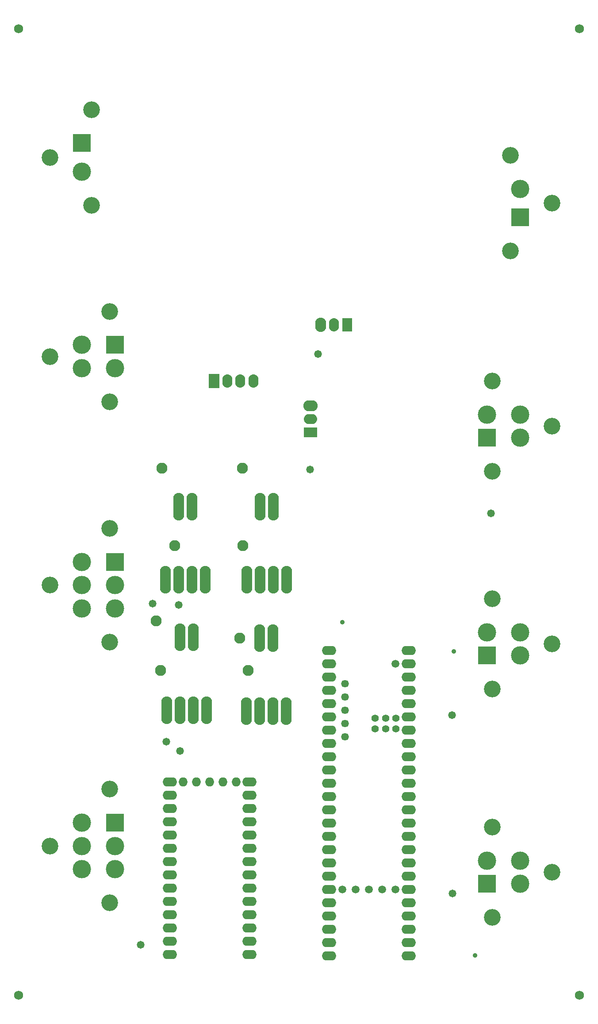
<source format=gbr>
%TF.GenerationSoftware,Altium Limited,Altium Designer,25.1.2 (22)*%
G04 Layer_Color=16711935*
%FSLAX45Y45*%
%MOMM*%
%TF.SameCoordinates,D79B5AB3-224C-49F1-A2DF-0649ED42BF64*%
%TF.FilePolarity,Negative*%
%TF.FileFunction,Soldermask,Bot*%
%TF.Part,Single*%
G01*
G75*
%TA.AperFunction,ComponentPad*%
%ADD32O,1.90500X2.54000*%
%ADD33R,1.90500X2.54000*%
%ADD34O,1.90500X2.54000*%
%ADD40R,2.54000X1.90500*%
%ADD41O,2.54000X1.90500*%
%TA.AperFunction,ViaPad*%
%ADD50C,1.72720*%
%TA.AperFunction,ComponentPad*%
%ADD53C,3.19320*%
%ADD56O,1.73320X1.73319*%
%ADD58C,1.51120*%
%ADD59C,1.46120*%
%ADD60C,1.41120*%
%TA.AperFunction,ViaPad*%
%ADD62C,1.47320*%
%ADD63C,2.10820*%
%TA.AperFunction,ComponentPad*%
%ADD64R,2.10820X2.74320*%
%ADD65O,2.10820X2.74320*%
%ADD66C,3.50520*%
%ADD67R,3.50520X3.50520*%
%ADD68O,2.74320X1.73319*%
%ADD69O,2.74320X1.72720*%
%ADD70O,2.10820X5.28320*%
%ADD71O,2.74320X2.10820*%
%TA.AperFunction,ViaPad*%
%ADD72C,0.91440*%
D32*
X7166800Y14414500D02*
D03*
X7416800D02*
D03*
X7666800D02*
D03*
D33*
X9461500Y15494000D02*
D03*
D34*
X9207500D02*
D03*
D40*
X8757300Y13436600D02*
D03*
D41*
Y13690601D02*
D03*
D50*
X3175000Y2667000D02*
D03*
X13906500D02*
D03*
Y21158200D02*
D03*
X3175000D02*
D03*
D53*
X13385800Y5016500D02*
D03*
X12242800Y4151500D02*
D03*
Y5881500D02*
D03*
X13385800Y9385300D02*
D03*
X12242800Y8520300D02*
D03*
Y10250300D02*
D03*
X13385800Y13550900D02*
D03*
X12242800Y12685900D02*
D03*
Y14415900D02*
D03*
X3771900Y10510400D02*
D03*
X4914900Y11597400D02*
D03*
Y9423400D02*
D03*
X3771900Y18694400D02*
D03*
X4571900Y19609900D02*
D03*
Y17778900D02*
D03*
X13385800Y17818100D02*
D03*
X12585800Y16902600D02*
D03*
Y18733600D02*
D03*
X3771900Y14884399D02*
D03*
X4914900Y15749400D02*
D03*
Y14019400D02*
D03*
Y4432300D02*
D03*
Y6606300D02*
D03*
X3771900Y5519300D02*
D03*
D56*
X7340600Y6743700D02*
D03*
X7086600D02*
D03*
X6832600D02*
D03*
X6578600D02*
D03*
X6324600D02*
D03*
D58*
X10134600Y4686300D02*
D03*
X10388600Y9004300D02*
D03*
Y4686300D02*
D03*
X9880600D02*
D03*
X9626600D02*
D03*
X9372600D02*
D03*
D59*
X9423600Y7607300D02*
D03*
Y7861300D02*
D03*
Y8115300D02*
D03*
Y8369300D02*
D03*
Y8623300D02*
D03*
D60*
X9997600Y7961300D02*
D03*
X10197600D02*
D03*
X9997600Y7761300D02*
D03*
X10197600D02*
D03*
X10397600Y7961300D02*
D03*
Y7761300D02*
D03*
D62*
X6261100Y7340600D02*
D03*
X5998449Y7518400D02*
D03*
X6235700Y10134600D02*
D03*
X5740400Y10160000D02*
D03*
X5511800Y3632200D02*
D03*
X11468100Y8026400D02*
D03*
X11480800Y4610100D02*
D03*
X12217400Y11887200D02*
D03*
X8750300Y12725400D02*
D03*
X8902700Y14935201D02*
D03*
D63*
X5803900Y9829800D02*
D03*
X7404100Y9499600D02*
D03*
X7569200Y8877300D02*
D03*
X5892800D02*
D03*
X7461250Y11264900D02*
D03*
X6159500D02*
D03*
X7454900Y12750800D02*
D03*
X5918200D02*
D03*
D64*
X6916800Y14414500D02*
D03*
D65*
X8953500Y15494000D02*
D03*
D66*
X12775800Y4794000D02*
D03*
Y5239000D02*
D03*
X12140800D02*
D03*
X12775800Y9162800D02*
D03*
Y9607800D02*
D03*
X12140800D02*
D03*
X12775800Y13328400D02*
D03*
Y13773399D02*
D03*
X12140800D02*
D03*
X4381900Y10955400D02*
D03*
Y10065400D02*
D03*
X5016900Y10510400D02*
D03*
Y10065400D02*
D03*
X4381900Y10510400D02*
D03*
Y18421400D02*
D03*
X12775800Y18091100D02*
D03*
X4381900Y15106900D02*
D03*
Y14661900D02*
D03*
X5016900D02*
D03*
X4381900Y5519300D02*
D03*
X5016900Y5074300D02*
D03*
Y5519300D02*
D03*
X4381900Y5074300D02*
D03*
Y5964300D02*
D03*
D67*
X12140800Y4794000D02*
D03*
Y9162800D02*
D03*
Y13328400D02*
D03*
X5016900Y10955400D02*
D03*
X4381900Y18967400D02*
D03*
X12775800Y17545100D02*
D03*
X5016900Y15106900D02*
D03*
Y5964300D02*
D03*
D68*
X7594600Y6743700D02*
D03*
Y6489700D02*
D03*
Y6235700D02*
D03*
Y5981700D02*
D03*
Y5727700D02*
D03*
Y5473700D02*
D03*
Y5219700D02*
D03*
Y4965700D02*
D03*
Y4711700D02*
D03*
Y4457700D02*
D03*
Y4203700D02*
D03*
Y3949700D02*
D03*
Y3695700D02*
D03*
Y3441700D02*
D03*
X6070600Y6743700D02*
D03*
Y6489700D02*
D03*
Y6235700D02*
D03*
Y5981700D02*
D03*
Y5727700D02*
D03*
Y4711700D02*
D03*
Y3949700D02*
D03*
Y3695700D02*
D03*
Y3441700D02*
D03*
D69*
Y5473700D02*
D03*
Y5219700D02*
D03*
Y4965700D02*
D03*
Y4457700D02*
D03*
Y4203700D02*
D03*
X10642600Y5448300D02*
D03*
Y5194300D02*
D03*
Y4940300D02*
D03*
Y4686300D02*
D03*
Y4432300D02*
D03*
Y4178300D02*
D03*
Y3924300D02*
D03*
Y3670300D02*
D03*
Y3416300D02*
D03*
X9118600D02*
D03*
Y3670300D02*
D03*
Y3924300D02*
D03*
Y4178300D02*
D03*
Y4432300D02*
D03*
Y4686300D02*
D03*
Y4940300D02*
D03*
Y5194300D02*
D03*
Y5448300D02*
D03*
X10642600Y9258300D02*
D03*
Y9004300D02*
D03*
Y8750300D02*
D03*
Y8496300D02*
D03*
Y8242300D02*
D03*
Y7988300D02*
D03*
Y7734300D02*
D03*
Y7480300D02*
D03*
Y7226300D02*
D03*
Y6972300D02*
D03*
Y6718300D02*
D03*
Y6464300D02*
D03*
Y6210300D02*
D03*
Y5956300D02*
D03*
X9118600Y5702300D02*
D03*
Y5956300D02*
D03*
Y6210300D02*
D03*
Y6464300D02*
D03*
Y6718300D02*
D03*
Y6972300D02*
D03*
Y7226300D02*
D03*
Y7480300D02*
D03*
Y7734300D02*
D03*
Y7988300D02*
D03*
Y8242300D02*
D03*
Y8496300D02*
D03*
Y8750300D02*
D03*
X10642600Y5702300D02*
D03*
X9118600Y9004300D02*
D03*
Y9258300D02*
D03*
D70*
X8305800Y10617200D02*
D03*
X8051800D02*
D03*
X7797800D02*
D03*
X7543800D02*
D03*
X7797800Y12014200D02*
D03*
X8051800D02*
D03*
X6743700Y10617200D02*
D03*
X6489700D02*
D03*
X6235700D02*
D03*
X5981700D02*
D03*
X6235700Y12014200D02*
D03*
X6489700D02*
D03*
X6769100Y8115300D02*
D03*
X6515100D02*
D03*
X6261100D02*
D03*
X6007100D02*
D03*
X6261100Y9512300D02*
D03*
X6515100D02*
D03*
X8293100Y8102600D02*
D03*
X8039100D02*
D03*
X7785100D02*
D03*
X7531100D02*
D03*
X7785100Y9499600D02*
D03*
X8039100D02*
D03*
D71*
X8757300Y13944600D02*
D03*
D72*
X11506200Y9245600D02*
D03*
X11912600Y3429000D02*
D03*
X9372600Y9804400D02*
D03*
%TF.MD5,b4af570eff58a375d364d53fedbe65c4*%
M02*

</source>
